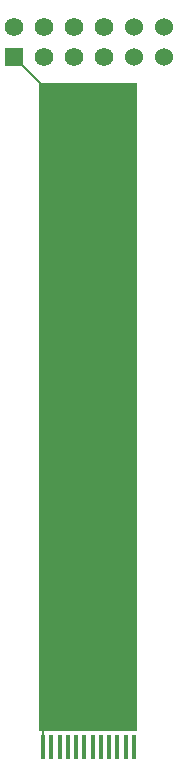
<source format=gbl>
G04*
G04 #@! TF.GenerationSoftware,Altium Limited,Altium Designer,22.10.1 (41)*
G04*
G04 Layer_Physical_Order=2*
G04 Layer_Color=11436288*
%FSLAX25Y25*%
%MOIN*%
G70*
G04*
G04 #@! TF.SameCoordinates,08FE9C07-7630-47CA-AEBB-85BF9774B597*
G04*
G04*
G04 #@! TF.FilePolarity,Positive*
G04*
G01*
G75*
%ADD10R,0.01600X0.08000*%
%ADD14C,0.00800*%
%ADD15C,0.06000*%
%ADD16R,0.06200X0.06200*%
%ADD17C,0.06200*%
%ADD18C,0.01000*%
G36*
X33500Y10500D02*
X1000D01*
Y226500D01*
X33500D01*
Y10500D01*
D02*
G37*
D10*
X32658Y5000D02*
D03*
X29902D02*
D03*
X27146D02*
D03*
X24390D02*
D03*
X21634D02*
D03*
X18878D02*
D03*
X16122D02*
D03*
X13366D02*
D03*
X10610D02*
D03*
X7854D02*
D03*
X5098D02*
D03*
X2342D02*
D03*
D14*
X-7500Y235000D02*
X2500Y225000D01*
X2342Y7756D02*
Y11600D01*
X2300D02*
X2342D01*
D15*
X42500Y245000D02*
D03*
Y235000D02*
D03*
X32500Y245000D02*
D03*
Y235000D02*
D03*
D16*
X-7500D02*
D03*
D17*
Y245000D02*
D03*
X2500Y235000D02*
D03*
Y245000D02*
D03*
X12500Y235000D02*
D03*
Y245000D02*
D03*
X22500Y235000D02*
D03*
Y245000D02*
D03*
D18*
X32756Y2342D02*
D03*
Y7756D02*
D03*
Y5098D02*
D03*
X29902Y2342D02*
D03*
Y7756D02*
D03*
Y5098D02*
D03*
X27146Y2342D02*
D03*
Y7756D02*
D03*
Y5098D02*
D03*
X24390Y2342D02*
D03*
Y7756D02*
D03*
Y5098D02*
D03*
X21634Y2342D02*
D03*
Y7756D02*
D03*
Y5098D02*
D03*
X18878Y2342D02*
D03*
Y7756D02*
D03*
Y5098D02*
D03*
X16122Y2342D02*
D03*
Y7756D02*
D03*
Y5098D02*
D03*
X13366Y2342D02*
D03*
Y7756D02*
D03*
Y5098D02*
D03*
X10610Y2342D02*
D03*
Y7756D02*
D03*
Y5098D02*
D03*
X7854Y2342D02*
D03*
Y7756D02*
D03*
Y5098D02*
D03*
X5098Y2342D02*
D03*
Y7756D02*
D03*
Y5098D02*
D03*
X2342Y2342D02*
D03*
Y7756D02*
D03*
Y5098D02*
D03*
M02*

</source>
